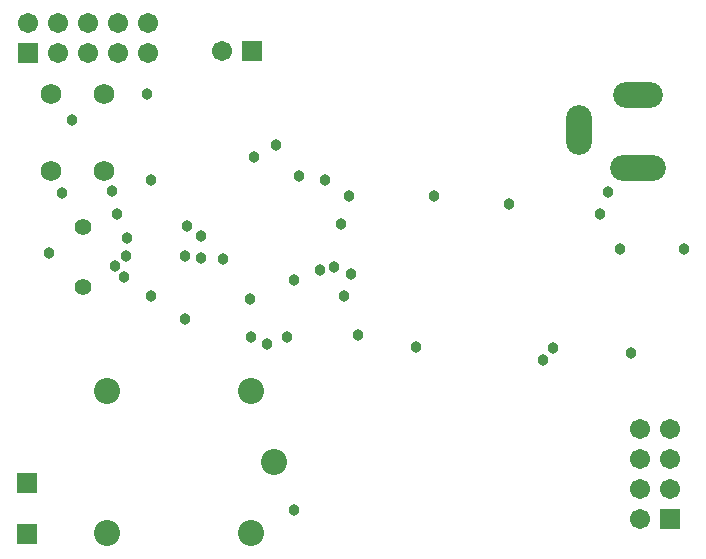
<source format=gbs>
%FSLAX24Y24*%
%MOIN*%
G70*
G01*
G75*
G04 Layer_Color=16711935*
%ADD10C,0.0080*%
%ADD11R,0.0571X0.0217*%
%ADD12R,0.0236X0.0571*%
%ADD13R,0.0551X0.0591*%
%ADD14O,0.0984X0.0276*%
%ADD15R,0.0591X0.0551*%
%ADD16R,0.1299X0.1063*%
%ADD17R,0.0394X0.1063*%
%ADD18R,0.0571X0.0236*%
%ADD19O,0.0768X0.0236*%
%ADD20O,0.0236X0.0768*%
%ADD21C,0.0100*%
%ADD22C,0.0150*%
%ADD23C,0.0120*%
%ADD24C,0.0200*%
%ADD25R,0.0591X0.0591*%
%ADD26C,0.0591*%
%ADD27C,0.0472*%
%ADD28C,0.0600*%
%ADD29C,0.0787*%
%ADD30O,0.0787X0.1575*%
%ADD31O,0.1575X0.0787*%
%ADD32O,0.1772X0.0787*%
%ADD33R,0.0591X0.0591*%
%ADD34C,0.0300*%
%ADD35C,0.0350*%
%ADD36C,0.0098*%
%ADD37C,0.0236*%
%ADD38C,0.0079*%
%ADD39C,0.0004*%
%ADD40C,0.0197*%
%ADD41C,0.0295*%
%ADD42R,0.0651X0.0297*%
%ADD43R,0.0316X0.0651*%
%ADD44R,0.0631X0.0671*%
%ADD45O,0.1064X0.0356*%
%ADD46R,0.0671X0.0631*%
%ADD47R,0.1379X0.1143*%
%ADD48R,0.0474X0.1143*%
%ADD49R,0.0651X0.0316*%
%ADD50O,0.0848X0.0316*%
%ADD51O,0.0316X0.0848*%
%ADD52R,0.0671X0.0671*%
%ADD53C,0.0671*%
%ADD54C,0.0552*%
%ADD55C,0.0680*%
%ADD56C,0.0867*%
%ADD57C,0.0080*%
%ADD58O,0.0867X0.1655*%
%ADD59O,0.1655X0.0867*%
%ADD60O,0.1852X0.0867*%
%ADD61R,0.0671X0.0671*%
%ADD62C,0.0380*%
D52*
X21650Y47350D02*
D03*
X29134Y47421D02*
D03*
X21614Y31308D02*
D03*
Y33012D02*
D03*
D53*
X21650Y48350D02*
D03*
X22650Y47350D02*
D03*
Y48350D02*
D03*
X23650Y47350D02*
D03*
Y48350D02*
D03*
X24650Y47350D02*
D03*
Y48350D02*
D03*
X25650Y47350D02*
D03*
Y48350D02*
D03*
X28134Y47421D02*
D03*
X42050Y31800D02*
D03*
X43050Y32800D02*
D03*
X42050D02*
D03*
X43050Y33800D02*
D03*
X42050D02*
D03*
X43050Y34800D02*
D03*
X42050D02*
D03*
D54*
X23498Y39562D02*
D03*
Y41561D02*
D03*
D55*
X24200Y43420D02*
D03*
X22428Y45979D02*
D03*
Y43420D02*
D03*
X24200Y45979D02*
D03*
D56*
X29862Y33720D02*
D03*
X29075Y31358D02*
D03*
X24272D02*
D03*
Y36083D02*
D03*
X29075D02*
D03*
D57*
X41508Y43506D02*
D03*
X40031Y45160D02*
D03*
Y44372D02*
D03*
X42394Y45947D02*
D03*
X41606D02*
D03*
X42492Y43506D02*
D03*
D58*
X40031Y44766D02*
D03*
D59*
X42000Y45947D02*
D03*
D60*
Y43506D02*
D03*
D61*
X43050Y31800D02*
D03*
D62*
X27432Y40500D02*
D03*
X26950Y41570D02*
D03*
X24956Y41194D02*
D03*
X29170Y43880D02*
D03*
X30690Y43250D02*
D03*
X32190Y39240D02*
D03*
X29920Y44280D02*
D03*
X25760Y43130D02*
D03*
X24450Y42750D02*
D03*
X29630Y37640D02*
D03*
X31850Y40200D02*
D03*
X30530Y32110D02*
D03*
X32430Y39980D02*
D03*
X34570Y37560D02*
D03*
X40980Y42730D02*
D03*
X39150Y37510D02*
D03*
X32350Y42570D02*
D03*
X32090Y41660D02*
D03*
X31370Y40100D02*
D03*
X38820Y37120D02*
D03*
X26880Y38480D02*
D03*
X30530Y39780D02*
D03*
X37670Y42330D02*
D03*
X41400Y40800D02*
D03*
X24540Y40260D02*
D03*
X28150Y40480D02*
D03*
X41760Y37340D02*
D03*
X22350Y40690D02*
D03*
X24620Y41990D02*
D03*
X27420Y41240D02*
D03*
X26900Y40570D02*
D03*
X25740Y39250D02*
D03*
X24850Y39870D02*
D03*
X24920Y40580D02*
D03*
X43520Y40800D02*
D03*
X40730Y41990D02*
D03*
X31540Y43130D02*
D03*
X25610Y45975D02*
D03*
X23110Y45110D02*
D03*
X22780Y42680D02*
D03*
X32660Y37960D02*
D03*
X30300Y37890D02*
D03*
X29085Y37895D02*
D03*
X29065Y39145D02*
D03*
X35170Y42570D02*
D03*
M02*

</source>
